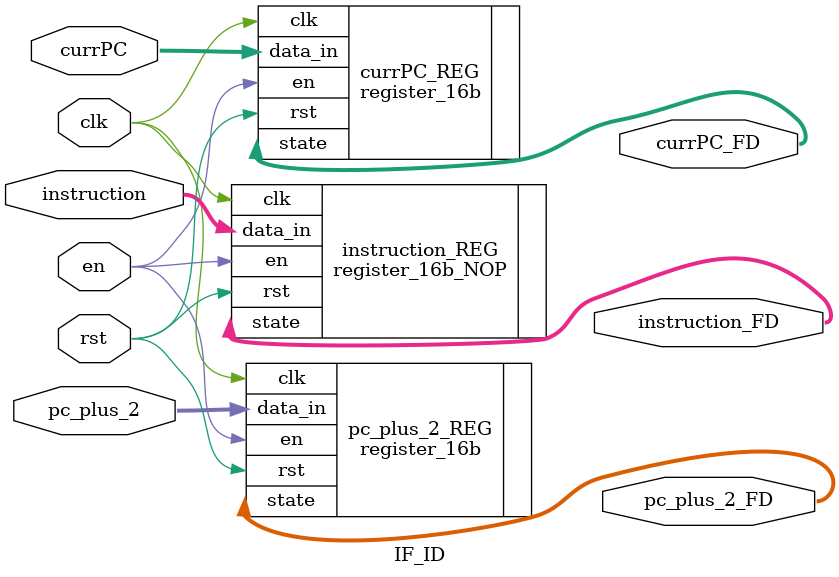
<source format=v>
module IF_ID(en, clk, rst, pc_plus_2, instruction, currPC, instruction_FD, pc_plus_2_FD, currPC_FD);
    
    input clk, rst, en;
    input [15:0] pc_plus_2, instruction, currPC;
    output [15:0] instruction_FD;
    output [15:0] pc_plus_2_FD;
    output [15:0] currPC_FD;
    wire [15:0] instruction_FD_i;

    register_16b_NOP instruction_REG(.en(en), .clk(clk), .rst(rst), .data_in(instruction), .state(instruction_FD));
    register_16b pc_plus_2_REG(.en(en), .clk(clk), .rst(rst), .data_in(pc_plus_2), .state(pc_plus_2_FD));
    register_16b currPC_REG(.en(en), .clk(clk), .rst(rst), .data_in(currPC), .state(currPC_FD));

endmodule

</source>
